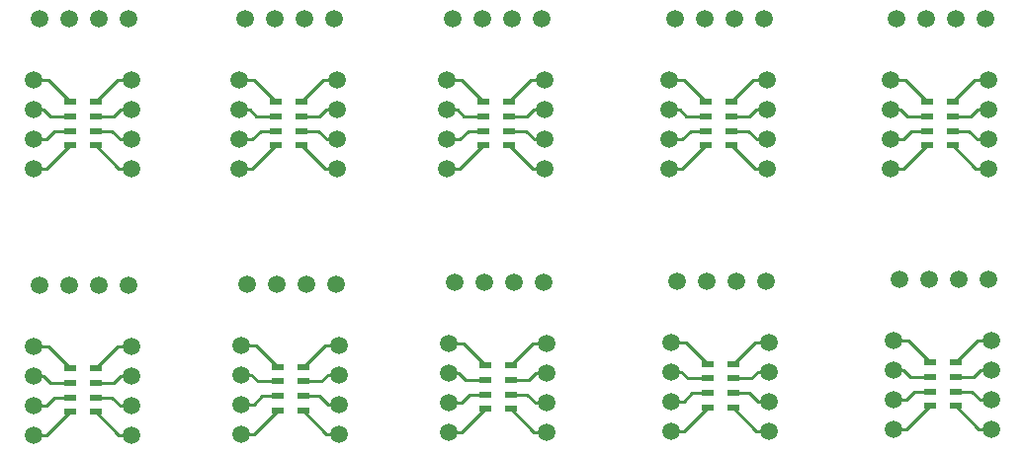
<source format=gbr>
G04 #@! TF.GenerationSoftware,KiCad,Pcbnew,(5.1.4)-1*
G04 #@! TF.CreationDate,2019-11-19T12:22:33-05:00*
G04 #@! TF.ProjectId,bob_ws2811_driver,626f625f-7773-4323-9831-315f64726976,rev?*
G04 #@! TF.SameCoordinates,Original*
G04 #@! TF.FileFunction,Copper,L1,Top*
G04 #@! TF.FilePolarity,Positive*
%FSLAX46Y46*%
G04 Gerber Fmt 4.6, Leading zero omitted, Abs format (unit mm)*
G04 Created by KiCad (PCBNEW (5.1.4)-1) date 2019-11-19 12:22:33*
%MOMM*%
%LPD*%
G04 APERTURE LIST*
%ADD10C,1.500000*%
%ADD11R,1.100000X0.600000*%
%ADD12C,0.250000*%
G04 APERTURE END LIST*
D10*
X187531000Y-32941000D03*
X184991000Y-32941000D03*
X182451000Y-32941000D03*
X179911000Y-32941000D03*
X187785000Y-38179000D03*
X187785000Y-40719000D03*
X187785000Y-43259000D03*
X187785000Y-45799000D03*
D11*
X184742000Y-40035000D03*
X184742000Y-41285000D03*
X184742000Y-42535000D03*
X184742000Y-43785000D03*
X182542000Y-43785000D03*
X182542000Y-42535000D03*
X182542000Y-41285000D03*
X182542000Y-40035000D03*
D10*
X179403000Y-45799000D03*
X179403000Y-43259000D03*
X179403000Y-40719000D03*
X179403000Y-38179000D03*
X160988000Y-32941000D03*
X163528000Y-32941000D03*
X166068000Y-32941000D03*
X168608000Y-32941000D03*
X168862000Y-45799000D03*
X168862000Y-43259000D03*
X168862000Y-40719000D03*
X168862000Y-38179000D03*
D11*
X163619000Y-40035000D03*
X163619000Y-41285000D03*
X163619000Y-42535000D03*
X163619000Y-43785000D03*
X165819000Y-43785000D03*
X165819000Y-42535000D03*
X165819000Y-41285000D03*
X165819000Y-40035000D03*
D10*
X160480000Y-38179000D03*
X160480000Y-40719000D03*
X160480000Y-43259000D03*
X160480000Y-45799000D03*
X149558000Y-32941000D03*
X147018000Y-32941000D03*
X144478000Y-32941000D03*
X141938000Y-32941000D03*
X149812000Y-38179000D03*
X149812000Y-40719000D03*
X149812000Y-43259000D03*
X149812000Y-45799000D03*
D11*
X146769000Y-40035000D03*
X146769000Y-41285000D03*
X146769000Y-42535000D03*
X146769000Y-43785000D03*
X144569000Y-43785000D03*
X144569000Y-42535000D03*
X144569000Y-41285000D03*
X144569000Y-40035000D03*
D10*
X141430000Y-45799000D03*
X141430000Y-43259000D03*
X141430000Y-40719000D03*
X141430000Y-38179000D03*
X124158000Y-32941000D03*
X126698000Y-32941000D03*
X129238000Y-32941000D03*
X131778000Y-32941000D03*
X132032000Y-45799000D03*
X132032000Y-43259000D03*
X132032000Y-40719000D03*
X132032000Y-38179000D03*
D11*
X126789000Y-40035000D03*
X126789000Y-41285000D03*
X126789000Y-42535000D03*
X126789000Y-43785000D03*
X128989000Y-43785000D03*
X128989000Y-42535000D03*
X128989000Y-41285000D03*
X128989000Y-40035000D03*
D10*
X123650000Y-38179000D03*
X123650000Y-40719000D03*
X123650000Y-43259000D03*
X123650000Y-45799000D03*
D11*
X182796000Y-62387000D03*
X182796000Y-63637000D03*
X182796000Y-64887000D03*
X182796000Y-66137000D03*
X184996000Y-66137000D03*
X184996000Y-64887000D03*
X184996000Y-63637000D03*
X184996000Y-62387000D03*
D10*
X180165000Y-55293000D03*
X182705000Y-55293000D03*
X185245000Y-55293000D03*
X187785000Y-55293000D03*
X188039000Y-68151000D03*
X188039000Y-65611000D03*
X188039000Y-63071000D03*
X188039000Y-60531000D03*
X179657000Y-60531000D03*
X179657000Y-63071000D03*
X179657000Y-65611000D03*
X179657000Y-68151000D03*
D11*
X165946000Y-62514000D03*
X165946000Y-63764000D03*
X165946000Y-65014000D03*
X165946000Y-66264000D03*
X163746000Y-66264000D03*
X163746000Y-65014000D03*
X163746000Y-63764000D03*
X163746000Y-62514000D03*
D10*
X168735000Y-55420000D03*
X166195000Y-55420000D03*
X163655000Y-55420000D03*
X161115000Y-55420000D03*
X160607000Y-68278000D03*
X160607000Y-65738000D03*
X160607000Y-63198000D03*
X160607000Y-60658000D03*
X168989000Y-60658000D03*
X168989000Y-63198000D03*
X168989000Y-65738000D03*
X168989000Y-68278000D03*
X149939000Y-68405000D03*
X149939000Y-65865000D03*
X149939000Y-63325000D03*
X149939000Y-60785000D03*
D11*
X144696000Y-62641000D03*
X144696000Y-63891000D03*
X144696000Y-65141000D03*
X144696000Y-66391000D03*
X146896000Y-66391000D03*
X146896000Y-65141000D03*
X146896000Y-63891000D03*
X146896000Y-62641000D03*
D10*
X141557000Y-60785000D03*
X141557000Y-63325000D03*
X141557000Y-65865000D03*
X141557000Y-68405000D03*
X142065000Y-55547000D03*
X144605000Y-55547000D03*
X147145000Y-55547000D03*
X149685000Y-55547000D03*
X132159000Y-60912000D03*
X132159000Y-63452000D03*
X132159000Y-65992000D03*
X132159000Y-68532000D03*
D11*
X129116000Y-62768000D03*
X129116000Y-64018000D03*
X129116000Y-65268000D03*
X129116000Y-66518000D03*
X126916000Y-66518000D03*
X126916000Y-65268000D03*
X126916000Y-64018000D03*
X126916000Y-62768000D03*
D10*
X123777000Y-68532000D03*
X123777000Y-65992000D03*
X123777000Y-63452000D03*
X123777000Y-60912000D03*
X131905000Y-55674000D03*
X129365000Y-55674000D03*
X126825000Y-55674000D03*
X124285000Y-55674000D03*
X106505000Y-55801000D03*
X109045000Y-55801000D03*
X111585000Y-55801000D03*
X114125000Y-55801000D03*
X114379000Y-68659000D03*
X114379000Y-66119000D03*
X114379000Y-63579000D03*
X114379000Y-61039000D03*
D11*
X109136000Y-62895000D03*
X109136000Y-64145000D03*
X109136000Y-65395000D03*
X109136000Y-66645000D03*
X111336000Y-66645000D03*
X111336000Y-65395000D03*
X111336000Y-64145000D03*
X111336000Y-62895000D03*
D10*
X105997000Y-61039000D03*
X105997000Y-63579000D03*
X105997000Y-66119000D03*
X105997000Y-68659000D03*
X114125000Y-32941000D03*
X111585000Y-32941000D03*
X109045000Y-32941000D03*
X106505000Y-32941000D03*
X114379000Y-38179000D03*
X114379000Y-40719000D03*
X114379000Y-43259000D03*
X114379000Y-45799000D03*
D11*
X111336000Y-40035000D03*
X111336000Y-41285000D03*
X111336000Y-42535000D03*
X111336000Y-43785000D03*
X109136000Y-43785000D03*
X109136000Y-42535000D03*
X109136000Y-41285000D03*
X109136000Y-40035000D03*
D10*
X105997000Y-45799000D03*
X105997000Y-43259000D03*
X105997000Y-40719000D03*
X105997000Y-38179000D03*
D12*
X113192000Y-38179000D02*
X111336000Y-40035000D01*
X114379000Y-38179000D02*
X113192000Y-38179000D01*
X114379000Y-40719000D02*
X113459000Y-40719000D01*
X112893000Y-41285000D02*
X111336000Y-41285000D01*
X113459000Y-40719000D02*
X112893000Y-41285000D01*
X114379000Y-43259000D02*
X113490000Y-43259000D01*
X112766000Y-42535000D02*
X111336000Y-42535000D01*
X113490000Y-43259000D02*
X112766000Y-42535000D01*
X113350000Y-45799000D02*
X111336000Y-43785000D01*
X114379000Y-45799000D02*
X113350000Y-45799000D01*
X107122000Y-45799000D02*
X109136000Y-43785000D01*
X105997000Y-45799000D02*
X107122000Y-45799000D01*
X105997000Y-43259000D02*
X107109000Y-43259000D01*
X107833000Y-42535000D02*
X109136000Y-42535000D01*
X107109000Y-43259000D02*
X107833000Y-42535000D01*
X105997000Y-40719000D02*
X106886000Y-40719000D01*
X107452000Y-41285000D02*
X109136000Y-41285000D01*
X106886000Y-40719000D02*
X107452000Y-41285000D01*
X107280000Y-38179000D02*
X109136000Y-40035000D01*
X105997000Y-38179000D02*
X107280000Y-38179000D01*
X106886000Y-63579000D02*
X107452000Y-64145000D01*
X107452000Y-64145000D02*
X109136000Y-64145000D01*
X107122000Y-68659000D02*
X109136000Y-66645000D01*
X105997000Y-68659000D02*
X107122000Y-68659000D01*
X107833000Y-65395000D02*
X109136000Y-65395000D01*
X114379000Y-68659000D02*
X113350000Y-68659000D01*
X114379000Y-66119000D02*
X113490000Y-66119000D01*
X114379000Y-63579000D02*
X113459000Y-63579000D01*
X112766000Y-65395000D02*
X111336000Y-65395000D01*
X114379000Y-61039000D02*
X113192000Y-61039000D01*
X113459000Y-63579000D02*
X112893000Y-64145000D01*
X112893000Y-64145000D02*
X111336000Y-64145000D01*
X107109000Y-66119000D02*
X107833000Y-65395000D01*
X105997000Y-66119000D02*
X107109000Y-66119000D01*
X113350000Y-68659000D02*
X111336000Y-66645000D01*
X113490000Y-66119000D02*
X112766000Y-65395000D01*
X113192000Y-61039000D02*
X111336000Y-62895000D01*
X107280000Y-61039000D02*
X109136000Y-62895000D01*
X105997000Y-61039000D02*
X107280000Y-61039000D01*
X105997000Y-63579000D02*
X106886000Y-63579000D01*
X123777000Y-63452000D02*
X124666000Y-63452000D01*
X131130000Y-68532000D02*
X129116000Y-66518000D01*
X131270000Y-65992000D02*
X130546000Y-65268000D01*
X130673000Y-64018000D02*
X129116000Y-64018000D01*
X123777000Y-68532000D02*
X124902000Y-68532000D01*
X130546000Y-65268000D02*
X129116000Y-65268000D01*
X125060000Y-60912000D02*
X126916000Y-62768000D01*
X123777000Y-65992000D02*
X124889000Y-65992000D01*
X124902000Y-68532000D02*
X126916000Y-66518000D01*
X132159000Y-63452000D02*
X131239000Y-63452000D01*
X124889000Y-65992000D02*
X125613000Y-65268000D01*
X123777000Y-60912000D02*
X125060000Y-60912000D01*
X124666000Y-63452000D02*
X125232000Y-64018000D01*
X132159000Y-68532000D02*
X131130000Y-68532000D01*
X131239000Y-63452000D02*
X130673000Y-64018000D01*
X125232000Y-64018000D02*
X126916000Y-64018000D01*
X132159000Y-60912000D02*
X130972000Y-60912000D01*
X130972000Y-60912000D02*
X129116000Y-62768000D01*
X132159000Y-65992000D02*
X131270000Y-65992000D01*
X125613000Y-65268000D02*
X126916000Y-65268000D01*
X142840000Y-60785000D02*
X144696000Y-62641000D01*
X148453000Y-63891000D02*
X146896000Y-63891000D01*
X148326000Y-65141000D02*
X146896000Y-65141000D01*
X149050000Y-65865000D02*
X148326000Y-65141000D01*
X149939000Y-63325000D02*
X149019000Y-63325000D01*
X142669000Y-65865000D02*
X143393000Y-65141000D01*
X149019000Y-63325000D02*
X148453000Y-63891000D01*
X142446000Y-63325000D02*
X143012000Y-63891000D01*
X141557000Y-65865000D02*
X142669000Y-65865000D01*
X142682000Y-68405000D02*
X144696000Y-66391000D01*
X149939000Y-68405000D02*
X148910000Y-68405000D01*
X143012000Y-63891000D02*
X144696000Y-63891000D01*
X141557000Y-68405000D02*
X142682000Y-68405000D01*
X148752000Y-60785000D02*
X146896000Y-62641000D01*
X143393000Y-65141000D02*
X144696000Y-65141000D01*
X148910000Y-68405000D02*
X146896000Y-66391000D01*
X141557000Y-60785000D02*
X142840000Y-60785000D01*
X149939000Y-60785000D02*
X148752000Y-60785000D01*
X141557000Y-63325000D02*
X142446000Y-63325000D01*
X149939000Y-65865000D02*
X149050000Y-65865000D01*
X167960000Y-68278000D02*
X165946000Y-66264000D01*
X161719000Y-65738000D02*
X162443000Y-65014000D01*
X167802000Y-60658000D02*
X165946000Y-62514000D01*
X160607000Y-65738000D02*
X161719000Y-65738000D01*
X160607000Y-63198000D02*
X161496000Y-63198000D01*
X168069000Y-63198000D02*
X167503000Y-63764000D01*
X161890000Y-60658000D02*
X163746000Y-62514000D01*
X167503000Y-63764000D02*
X165946000Y-63764000D01*
X167376000Y-65014000D02*
X165946000Y-65014000D01*
X162443000Y-65014000D02*
X163746000Y-65014000D01*
X168989000Y-65738000D02*
X168100000Y-65738000D01*
X160607000Y-60658000D02*
X161890000Y-60658000D01*
X168989000Y-60658000D02*
X167802000Y-60658000D01*
X161732000Y-68278000D02*
X163746000Y-66264000D01*
X161496000Y-63198000D02*
X162062000Y-63764000D01*
X168989000Y-63198000D02*
X168069000Y-63198000D01*
X168989000Y-68278000D02*
X167960000Y-68278000D01*
X162062000Y-63764000D02*
X163746000Y-63764000D01*
X168100000Y-65738000D02*
X167376000Y-65014000D01*
X160607000Y-68278000D02*
X161732000Y-68278000D01*
X180546000Y-63071000D02*
X181112000Y-63637000D01*
X180940000Y-60531000D02*
X182796000Y-62387000D01*
X186426000Y-64887000D02*
X184996000Y-64887000D01*
X186553000Y-63637000D02*
X184996000Y-63637000D01*
X181493000Y-64887000D02*
X182796000Y-64887000D01*
X188039000Y-60531000D02*
X186852000Y-60531000D01*
X188039000Y-63071000D02*
X187119000Y-63071000D01*
X188039000Y-68151000D02*
X187010000Y-68151000D01*
X179657000Y-68151000D02*
X180782000Y-68151000D01*
X188039000Y-65611000D02*
X187150000Y-65611000D01*
X180782000Y-68151000D02*
X182796000Y-66137000D01*
X181112000Y-63637000D02*
X182796000Y-63637000D01*
X187150000Y-65611000D02*
X186426000Y-64887000D01*
X179657000Y-60531000D02*
X180940000Y-60531000D01*
X187010000Y-68151000D02*
X184996000Y-66137000D01*
X186852000Y-60531000D02*
X184996000Y-62387000D01*
X180769000Y-65611000D02*
X181493000Y-64887000D01*
X187119000Y-63071000D02*
X186553000Y-63637000D01*
X179657000Y-63071000D02*
X180546000Y-63071000D01*
X179657000Y-65611000D02*
X180769000Y-65611000D01*
X124539000Y-40719000D02*
X125105000Y-41285000D01*
X125105000Y-41285000D02*
X126789000Y-41285000D01*
X124775000Y-45799000D02*
X126789000Y-43785000D01*
X123650000Y-45799000D02*
X124775000Y-45799000D01*
X125486000Y-42535000D02*
X126789000Y-42535000D01*
X132032000Y-45799000D02*
X131003000Y-45799000D01*
X132032000Y-43259000D02*
X131143000Y-43259000D01*
X132032000Y-40719000D02*
X131112000Y-40719000D01*
X130419000Y-42535000D02*
X128989000Y-42535000D01*
X132032000Y-38179000D02*
X130845000Y-38179000D01*
X131112000Y-40719000D02*
X130546000Y-41285000D01*
X130546000Y-41285000D02*
X128989000Y-41285000D01*
X124762000Y-43259000D02*
X125486000Y-42535000D01*
X123650000Y-43259000D02*
X124762000Y-43259000D01*
X131003000Y-45799000D02*
X128989000Y-43785000D01*
X131143000Y-43259000D02*
X130419000Y-42535000D01*
X130845000Y-38179000D02*
X128989000Y-40035000D01*
X124933000Y-38179000D02*
X126789000Y-40035000D01*
X123650000Y-38179000D02*
X124933000Y-38179000D01*
X123650000Y-40719000D02*
X124539000Y-40719000D01*
X149812000Y-43259000D02*
X148923000Y-43259000D01*
X148326000Y-41285000D02*
X146769000Y-41285000D01*
X148783000Y-45799000D02*
X146769000Y-43785000D01*
X148923000Y-43259000D02*
X148199000Y-42535000D01*
X148625000Y-38179000D02*
X146769000Y-40035000D01*
X141430000Y-38179000D02*
X142713000Y-38179000D01*
X141430000Y-40719000D02*
X142319000Y-40719000D01*
X149812000Y-40719000D02*
X148892000Y-40719000D01*
X149812000Y-38179000D02*
X148625000Y-38179000D01*
X141430000Y-43259000D02*
X142542000Y-43259000D01*
X142713000Y-38179000D02*
X144569000Y-40035000D01*
X141430000Y-45799000D02*
X142555000Y-45799000D01*
X143266000Y-42535000D02*
X144569000Y-42535000D01*
X149812000Y-45799000D02*
X148783000Y-45799000D01*
X148199000Y-42535000D02*
X146769000Y-42535000D01*
X142885000Y-41285000D02*
X144569000Y-41285000D01*
X142555000Y-45799000D02*
X144569000Y-43785000D01*
X148892000Y-40719000D02*
X148326000Y-41285000D01*
X142542000Y-43259000D02*
X143266000Y-42535000D01*
X142319000Y-40719000D02*
X142885000Y-41285000D01*
X167675000Y-38179000D02*
X165819000Y-40035000D01*
X160480000Y-40719000D02*
X161369000Y-40719000D01*
X167973000Y-43259000D02*
X167249000Y-42535000D01*
X168862000Y-43259000D02*
X167973000Y-43259000D01*
X167833000Y-45799000D02*
X165819000Y-43785000D01*
X160480000Y-38179000D02*
X161763000Y-38179000D01*
X167376000Y-41285000D02*
X165819000Y-41285000D01*
X168862000Y-40719000D02*
X167942000Y-40719000D01*
X168862000Y-38179000D02*
X167675000Y-38179000D01*
X160480000Y-43259000D02*
X161592000Y-43259000D01*
X161763000Y-38179000D02*
X163619000Y-40035000D01*
X160480000Y-45799000D02*
X161605000Y-45799000D01*
X162316000Y-42535000D02*
X163619000Y-42535000D01*
X167942000Y-40719000D02*
X167376000Y-41285000D01*
X167249000Y-42535000D02*
X165819000Y-42535000D01*
X161605000Y-45799000D02*
X163619000Y-43785000D01*
X161935000Y-41285000D02*
X163619000Y-41285000D01*
X168862000Y-45799000D02*
X167833000Y-45799000D01*
X161592000Y-43259000D02*
X162316000Y-42535000D01*
X161369000Y-40719000D02*
X161935000Y-41285000D01*
X179403000Y-45799000D02*
X180528000Y-45799000D01*
X187785000Y-45799000D02*
X186756000Y-45799000D01*
X180292000Y-40719000D02*
X180858000Y-41285000D01*
X187785000Y-40719000D02*
X186865000Y-40719000D01*
X186172000Y-42535000D02*
X184742000Y-42535000D01*
X180686000Y-38179000D02*
X182542000Y-40035000D01*
X180528000Y-45799000D02*
X182542000Y-43785000D01*
X181239000Y-42535000D02*
X182542000Y-42535000D01*
X187785000Y-43259000D02*
X186896000Y-43259000D01*
X179403000Y-43259000D02*
X180515000Y-43259000D01*
X180858000Y-41285000D02*
X182542000Y-41285000D01*
X186299000Y-41285000D02*
X184742000Y-41285000D01*
X180515000Y-43259000D02*
X181239000Y-42535000D01*
X186598000Y-38179000D02*
X184742000Y-40035000D01*
X186865000Y-40719000D02*
X186299000Y-41285000D01*
X186896000Y-43259000D02*
X186172000Y-42535000D01*
X179403000Y-38179000D02*
X180686000Y-38179000D01*
X186756000Y-45799000D02*
X184742000Y-43785000D01*
X187785000Y-38179000D02*
X186598000Y-38179000D01*
X179403000Y-40719000D02*
X180292000Y-40719000D01*
M02*

</source>
